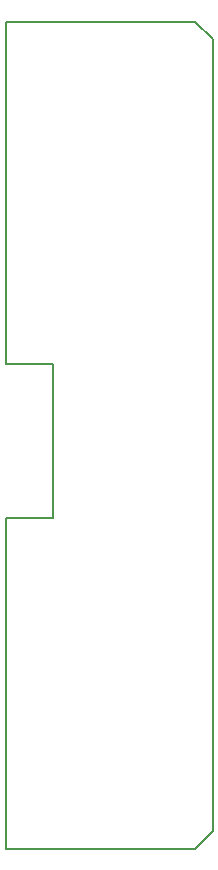
<source format=gbr>
G04 DesignSpark PCB PRO Gerber Version 10.0 Build 5299*
G04 #@! TF.Part,Single*
%FSLAX35Y35*%
%MOIN*%
%ADD106C,0.00500*%
G04 #@! TD.AperFunction*
X0Y0D02*
D02*
D106*
X2219Y250D02*
X65211D01*
X71116Y6156D01*
Y269935D01*
X65211Y275841D01*
X2219D01*
Y161667D01*
X17967D01*
Y110486D01*
X2219D01*
Y250D01*
X0Y0D02*
M02*

</source>
